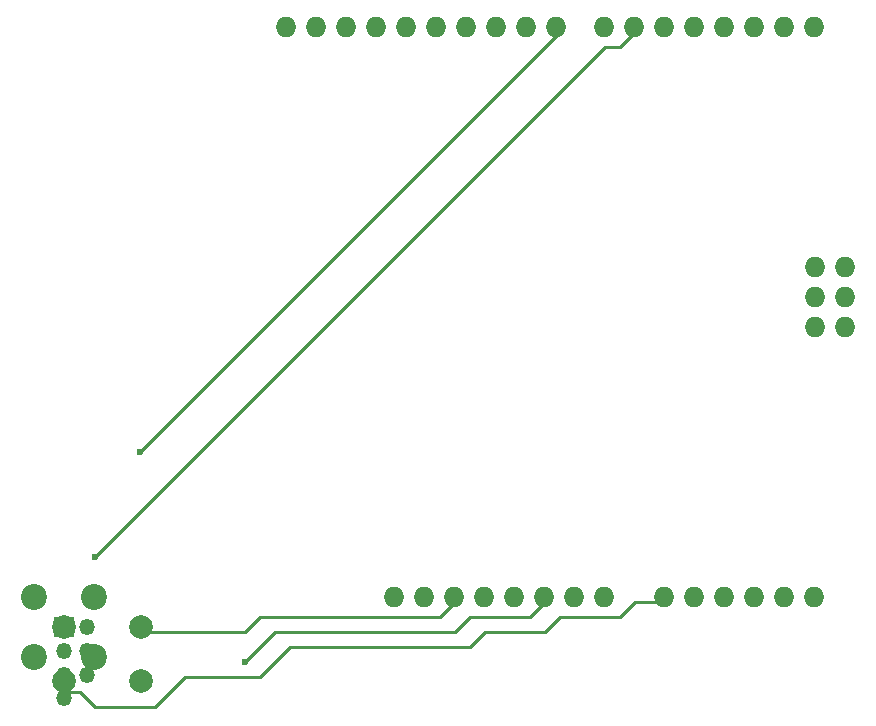
<source format=gbr>
G04 #@! TF.FileFunction,Copper,L2,Bot,Signal*
%FSLAX46Y46*%
G04 Gerber Fmt 4.6, Leading zero omitted, Abs format (unit mm)*
G04 Created by KiCad (PCBNEW 4.0.7) date Friday, April 27, 2018 'AMt' 09:02:40 AM*
%MOMM*%
%LPD*%
G01*
G04 APERTURE LIST*
%ADD10C,0.100000*%
%ADD11C,2.200000*%
%ADD12C,2.000000*%
%ADD13R,1.350000X1.350000*%
%ADD14O,1.350000X1.350000*%
%ADD15O,1.727200X1.727200*%
%ADD16R,1.700000X1.700000*%
%ADD17C,0.600000*%
%ADD18C,0.250000*%
G04 APERTURE END LIST*
D10*
D11*
X147231100Y-102463600D03*
X147231100Y-97383600D03*
X152311100Y-97383600D03*
X152311100Y-102463600D03*
D12*
X149771100Y-99923600D03*
D13*
X149771100Y-99923600D03*
D14*
X149771100Y-101923600D03*
X149771100Y-103923600D03*
X149771100Y-105923600D03*
D13*
X149771100Y-99923600D03*
D14*
X149771100Y-101923600D03*
X149771100Y-103923600D03*
X149771100Y-105923600D03*
D13*
X149771100Y-99923600D03*
D14*
X149771100Y-101923600D03*
X149771100Y-103923600D03*
X149771100Y-105923600D03*
D13*
X149771100Y-99923600D03*
D14*
X149771100Y-101923600D03*
X149771100Y-103923600D03*
X149771100Y-105923600D03*
D13*
X149771100Y-99923600D03*
D14*
X151771100Y-99923600D03*
X149771100Y-101923600D03*
X151771100Y-101923600D03*
X149771100Y-103923600D03*
X151771100Y-103923600D03*
D15*
X213398100Y-74523600D03*
X215938100Y-74523600D03*
X215938100Y-71983600D03*
X213398100Y-71983600D03*
X215938100Y-69443600D03*
X200571100Y-97383600D03*
X195491100Y-97383600D03*
X192951100Y-97383600D03*
X190411100Y-97383600D03*
X187871100Y-97383600D03*
X185331100Y-97383600D03*
X182791100Y-97383600D03*
X180251100Y-97383600D03*
X213271100Y-49123600D03*
X210731100Y-49123600D03*
X208191100Y-49123600D03*
X205651100Y-49123600D03*
X203111100Y-49123600D03*
X200571100Y-49123600D03*
X198031100Y-49123600D03*
X195491100Y-49123600D03*
X176187100Y-49123600D03*
X191427100Y-49123600D03*
X188887100Y-49123600D03*
X186347100Y-49123600D03*
X168567100Y-49123600D03*
X171107100Y-49123600D03*
X173647100Y-49123600D03*
X178727100Y-49123600D03*
X181267100Y-49123600D03*
X183807100Y-49123600D03*
X177711100Y-97383600D03*
X203111100Y-97383600D03*
X205651100Y-97383600D03*
X208191100Y-97383600D03*
X210731100Y-97383600D03*
X213271100Y-97383600D03*
X213398100Y-69443600D03*
D16*
X149771100Y-99923600D03*
D12*
X149771100Y-104423600D03*
X149771100Y-99923600D03*
X156271100Y-104423600D03*
X156271100Y-99923600D03*
D17*
X165100000Y-102870000D03*
X156210000Y-85090000D03*
X152400000Y-93980000D03*
D18*
X165100000Y-102870000D02*
X167640000Y-100330000D01*
X167640000Y-100330000D02*
X182880000Y-100330000D01*
X182880000Y-100330000D02*
X184150000Y-99060000D01*
X184150000Y-99060000D02*
X189230000Y-99060000D01*
X189230000Y-99060000D02*
X190500000Y-97790000D01*
X190500000Y-97790000D02*
X190411100Y-97383600D01*
X149771100Y-105923600D02*
X149860000Y-105410000D01*
X149860000Y-105410000D02*
X151130000Y-105410000D01*
X151130000Y-105410000D02*
X152400000Y-106680000D01*
X152400000Y-106680000D02*
X157480000Y-106680000D01*
X157480000Y-106680000D02*
X160020000Y-104140000D01*
X160020000Y-104140000D02*
X166370000Y-104140000D01*
X166370000Y-104140000D02*
X168910000Y-101600000D01*
X168910000Y-101600000D02*
X184150000Y-101600000D01*
X184150000Y-101600000D02*
X185420000Y-100330000D01*
X185420000Y-100330000D02*
X190500000Y-100330000D01*
X190500000Y-100330000D02*
X191770000Y-99060000D01*
X191770000Y-99060000D02*
X196850000Y-99060000D01*
X196850000Y-99060000D02*
X198120000Y-97790000D01*
X198120000Y-97790000D02*
X200660000Y-97790000D01*
X200660000Y-97790000D02*
X200571100Y-97383600D01*
X156210000Y-85090000D02*
X191770000Y-49530000D01*
X191770000Y-49530000D02*
X191427100Y-49123600D01*
X156271100Y-99923600D02*
X156210000Y-100330000D01*
X156210000Y-100330000D02*
X165100000Y-100330000D01*
X165100000Y-100330000D02*
X166370000Y-99060000D01*
X166370000Y-99060000D02*
X181610000Y-99060000D01*
X181610000Y-99060000D02*
X182880000Y-97790000D01*
X182880000Y-97790000D02*
X182791100Y-97383600D01*
X152400000Y-93980000D02*
X195580000Y-50800000D01*
X195580000Y-50800000D02*
X196850000Y-50800000D01*
X196850000Y-50800000D02*
X198120000Y-49530000D01*
X198120000Y-49530000D02*
X198031100Y-49123600D01*
M02*

</source>
